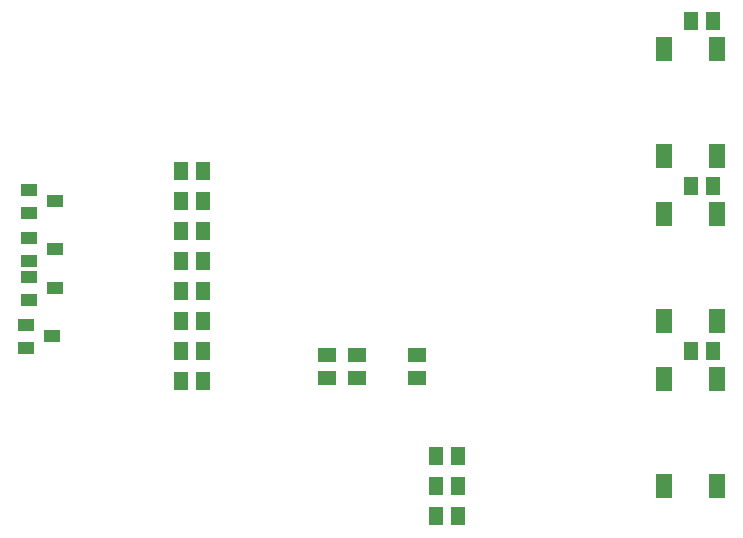
<source format=gtp>
G75*
%MOIN*%
%OFA0B0*%
%FSLAX25Y25*%
%IPPOS*%
%LPD*%
%AMOC8*
5,1,8,0,0,1.08239X$1,22.5*
%
%ADD10R,0.05500X0.08300*%
%ADD11R,0.05118X0.05906*%
%ADD12R,0.05906X0.05118*%
%ADD13R,0.05512X0.03937*%
D10*
X0247300Y0040000D03*
X0265000Y0040000D03*
X0265000Y0075900D03*
X0247300Y0075900D03*
X0247300Y0095000D03*
X0265000Y0095000D03*
X0265000Y0130900D03*
X0247300Y0130900D03*
X0247300Y0150000D03*
X0265000Y0150000D03*
X0265000Y0185900D03*
X0247300Y0185900D03*
D11*
X0086260Y0075000D03*
X0093740Y0075000D03*
X0093740Y0085000D03*
X0086260Y0085000D03*
X0086260Y0095000D03*
X0093740Y0095000D03*
X0093740Y0105000D03*
X0086260Y0105000D03*
X0086260Y0115000D03*
X0093740Y0115000D03*
X0093740Y0125000D03*
X0086260Y0125000D03*
X0086260Y0135000D03*
X0093740Y0135000D03*
X0093740Y0145000D03*
X0086260Y0145000D03*
X0171260Y0050000D03*
X0178740Y0050000D03*
X0178740Y0040000D03*
X0171260Y0040000D03*
X0171260Y0030000D03*
X0178740Y0030000D03*
X0256260Y0085000D03*
X0263740Y0085000D03*
X0263740Y0140000D03*
X0256260Y0140000D03*
X0256260Y0195000D03*
X0263740Y0195000D03*
D12*
X0165000Y0083740D03*
X0165000Y0076260D03*
X0145000Y0076260D03*
X0145000Y0083740D03*
X0135000Y0083740D03*
X0135000Y0076260D03*
D13*
X0043331Y0090000D03*
X0034669Y0086260D03*
X0034669Y0093740D03*
X0035669Y0102260D03*
X0035669Y0109740D03*
X0035669Y0115260D03*
X0035669Y0122740D03*
X0044331Y0119000D03*
X0044331Y0106000D03*
X0035669Y0131260D03*
X0035669Y0138740D03*
X0044331Y0135000D03*
M02*

</source>
